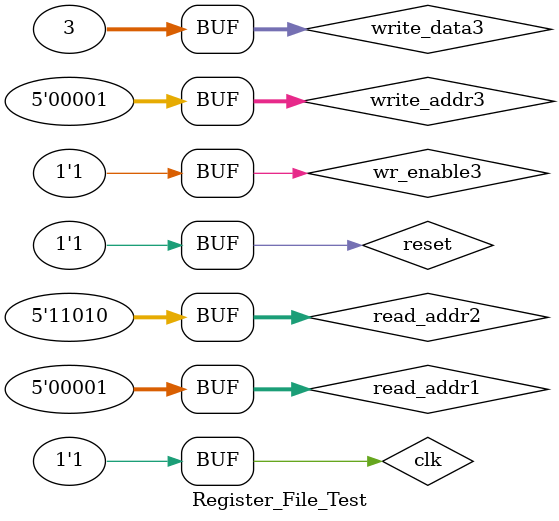
<source format=v>
`timescale 1ns / 1ps


module Register_File_Test;

	// Inputs
	reg clk;
	reg reset;
	reg wr_enable3;
	reg [4:0] read_addr1;
	reg [4:0] read_addr2;
	reg [4:0] write_addr3;
	reg [31:0] write_data3;

	// Outputs
	wire [31:0] read_data1;
	wire [31:0] read_data2;
	wire [31:0] read_data_to_debug_0;
	wire [31:0] read_data_to_debug_1;
	wire [31:0] read_data_to_debug_2;
	wire [31:0] read_data_to_debug_3;
	wire [31:0] read_data_to_debug_4;

	// Instantiate the Unit Under Test (UUT)
	Register_File uut (
		.clk(clk), 
		.reset(reset), 
		.wr_enable3(wr_enable3), 
		.read_addr1(read_addr1), 
		.read_addr2(read_addr2), 
		.write_addr3(write_addr3), 
		.write_data3(write_data3), 
		.read_data1(read_data1), 
		.read_data2(read_data2), 
		.read_data_to_debug_0(read_data_to_debug_0), 
		.read_data_to_debug_1(read_data_to_debug_1), 
		.read_data_to_debug_2(read_data_to_debug_2), 
		.read_data_to_debug_3(read_data_to_debug_3), 
		.read_data_to_debug_4(read_data_to_debug_4)
	);

	initial begin
		// Initialize Inputs
		clk = 0;
		reset = 0;
		wr_enable3 = 0;
		read_addr1 = 0;
		read_addr2 = 0;
		write_addr3 = 0;
		write_data3 = 0;

		// Wait 100 ns for global reset to finish
		#100;
        
		// Add stimulus here
		read_addr1 = 5'b10010;
		#100;
		read_addr2 = 5'b11010;
		#100;
		write_addr3 = 1;
		write_data3 = 17'b11;
		#10;
		wr_enable3 = 1;
		#100;
		read_addr1 = 1;
		#100;
		reset = 1;
	end
	
	always 
		begin //clock de 100 Mhz como el de la placa
			clk = 1'b0;
         #(10/2); 
			clk = 1'b1;
         #(10/2);
      end
      
endmodule


</source>
